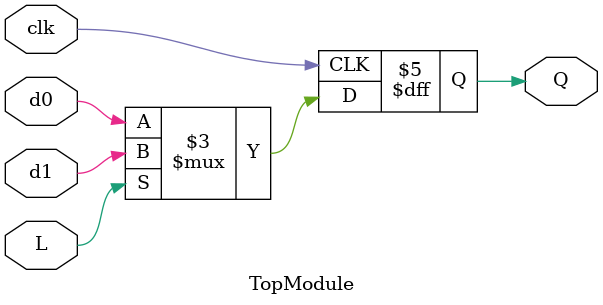
<source format=sv>
module TopModule (
    input wire clk,
    input wire L,
    input wire d0,
    input wire d1,
    output reg Q
);

    always @(posedge clk) begin
        if (L) begin
            Q <= d1;
        end else begin
            Q <= d0;
        end
    end

endmodule
</source>
